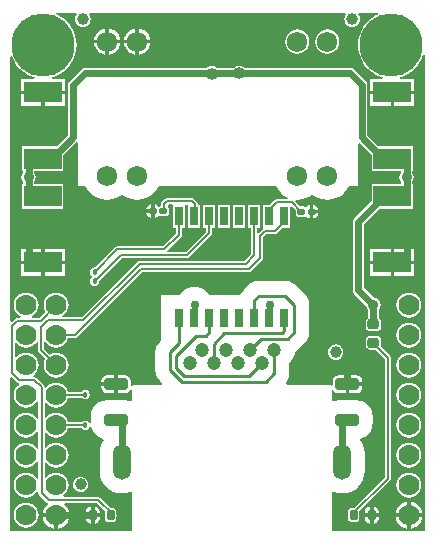
<source format=gtl>
G04*
G04 #@! TF.GenerationSoftware,Altium Limited,Altium Designer,21.7.2 (23)*
G04*
G04 Layer_Physical_Order=1*
G04 Layer_Color=255*
%FSLAX25Y25*%
%MOIN*%
G70*
G04*
G04 #@! TF.SameCoordinates,2ED69007-8404-4F84-9E22-07974BFFE74B*
G04*
G04*
G04 #@! TF.FilePolarity,Positive*
G04*
G01*
G75*
%ADD15C,0.00800*%
%ADD19R,0.02953X0.06496*%
%ADD20R,0.12598X0.07087*%
G04:AMPARAMS|DCode=21|XSize=39.37mil|YSize=78.74mil|CornerRadius=9.84mil|HoleSize=0mil|Usage=FLASHONLY|Rotation=270.000|XOffset=0mil|YOffset=0mil|HoleType=Round|Shape=RoundedRectangle|*
%AMROUNDEDRECTD21*
21,1,0.03937,0.05906,0,0,270.0*
21,1,0.01968,0.07874,0,0,270.0*
1,1,0.01968,-0.02953,-0.00984*
1,1,0.01968,-0.02953,0.00984*
1,1,0.01968,0.02953,0.00984*
1,1,0.01968,0.02953,-0.00984*
%
%ADD21ROUNDEDRECTD21*%
G04:AMPARAMS|DCode=22|XSize=34.25mil|YSize=38.19mil|CornerRadius=8.73mil|HoleSize=0mil|Usage=FLASHONLY|Rotation=90.000|XOffset=0mil|YOffset=0mil|HoleType=Round|Shape=RoundedRectangle|*
%AMROUNDEDRECTD22*
21,1,0.03425,0.02072,0,0,90.0*
21,1,0.01678,0.03819,0,0,90.0*
1,1,0.01747,0.01036,0.00839*
1,1,0.01747,0.01036,-0.00839*
1,1,0.01747,-0.01036,-0.00839*
1,1,0.01747,-0.01036,0.00839*
%
%ADD22ROUNDEDRECTD22*%
G04:AMPARAMS|DCode=23|XSize=25mil|YSize=35mil|CornerRadius=6.25mil|HoleSize=0mil|Usage=FLASHONLY|Rotation=180.000|XOffset=0mil|YOffset=0mil|HoleType=Round|Shape=RoundedRectangle|*
%AMROUNDEDRECTD23*
21,1,0.02500,0.02250,0,0,180.0*
21,1,0.01250,0.03500,0,0,180.0*
1,1,0.01250,-0.00625,0.01125*
1,1,0.01250,0.00625,0.01125*
1,1,0.01250,0.00625,-0.01125*
1,1,0.01250,-0.00625,-0.01125*
%
%ADD23ROUNDEDRECTD23*%
G04:AMPARAMS|DCode=24|XSize=24.8mil|YSize=22.84mil|CornerRadius=5.94mil|HoleSize=0mil|Usage=FLASHONLY|Rotation=0.000|XOffset=0mil|YOffset=0mil|HoleType=Round|Shape=RoundedRectangle|*
%AMROUNDEDRECTD24*
21,1,0.02480,0.01096,0,0,0.0*
21,1,0.01293,0.02284,0,0,0.0*
1,1,0.01187,0.00647,-0.00548*
1,1,0.01187,-0.00647,-0.00548*
1,1,0.01187,-0.00647,0.00548*
1,1,0.01187,0.00647,0.00548*
%
%ADD24ROUNDEDRECTD24*%
G04:AMPARAMS|DCode=25|XSize=39.37mil|YSize=39.37mil|CornerRadius=19.68mil|HoleSize=0mil|Usage=FLASHONLY|Rotation=0.000|XOffset=0mil|YOffset=0mil|HoleType=Round|Shape=RoundedRectangle|*
%AMROUNDEDRECTD25*
21,1,0.03937,0.00000,0,0,0.0*
21,1,0.00000,0.03937,0,0,0.0*
1,1,0.03937,0.00000,0.00000*
1,1,0.03937,0.00000,0.00000*
1,1,0.03937,0.00000,0.00000*
1,1,0.03937,0.00000,0.00000*
%
%ADD25ROUNDEDRECTD25*%
%ADD38C,0.02400*%
%ADD39C,0.01000*%
%ADD40C,0.07000*%
%ADD41C,0.21000*%
%ADD42O,0.05906X0.11811*%
%ADD43C,0.04724*%
%ADD44C,0.06791*%
%ADD45C,0.01800*%
%ADD46C,0.03000*%
%ADD47C,0.04000*%
%ADD48C,0.03600*%
G36*
X-62979Y145383D02*
X-63855Y145021D01*
X-65345Y144108D01*
X-66673Y142973D01*
X-67808Y141645D01*
X-68721Y140155D01*
X-69389Y138541D01*
X-69797Y136842D01*
X-69934Y135100D01*
X-69797Y133358D01*
X-69389Y131659D01*
X-68721Y130045D01*
X-67808Y128555D01*
X-66673Y127227D01*
X-65345Y126092D01*
X-63855Y125179D01*
X-62241Y124511D01*
X-61728Y124388D01*
X-61787Y123888D01*
X-65753D01*
Y119944D01*
X-58454D01*
X-51155D01*
Y123888D01*
X-55813D01*
X-55872Y124388D01*
X-55359Y124511D01*
X-53745Y125179D01*
X-52255Y126092D01*
X-50927Y127227D01*
X-49792Y128555D01*
X-48879Y130045D01*
X-48211Y131659D01*
X-48163Y131859D01*
X-47663Y131800D01*
Y-26880D01*
X-78693D01*
Y-13897D01*
X-78264Y-13640D01*
X-78048Y-13756D01*
X-76643Y-14182D01*
X-75182Y-14326D01*
X-73721Y-14182D01*
X-72316Y-13756D01*
X-71021Y-13064D01*
X-69887Y-12133D01*
X-68955Y-10998D01*
X-68263Y-9703D01*
X-67837Y-8298D01*
X-67693Y-6837D01*
Y-932D01*
X-67837Y529D01*
X-68263Y1934D01*
X-68955Y3229D01*
X-69131Y3443D01*
X-69080Y3703D01*
X-68940Y3998D01*
X-67695Y4514D01*
X-66550Y5393D01*
X-65671Y6538D01*
X-65118Y7873D01*
X-64930Y9304D01*
Y11273D01*
X-65118Y12704D01*
X-65671Y14039D01*
X-66550Y15184D01*
X-67695Y16063D01*
X-69030Y16616D01*
X-70461Y16804D01*
X-76367D01*
X-77798Y16616D01*
X-78278Y16417D01*
X-78693Y16695D01*
Y20194D01*
X-78440Y20276D01*
X-78193Y20278D01*
X-77797Y19685D01*
X-77141Y19246D01*
X-76367Y19092D01*
X-74014D01*
Y22099D01*
Y25107D01*
X-76367D01*
X-77141Y24953D01*
X-77797Y24514D01*
X-78236Y23858D01*
X-78390Y23084D01*
Y21639D01*
X-78890Y21487D01*
X-78992Y21640D01*
X-79323Y21861D01*
X-79713Y21939D01*
X-93734D01*
X-93980Y22439D01*
X-93457Y23121D01*
X-92953Y24338D01*
X-92781Y25643D01*
Y28846D01*
X-92091Y29687D01*
X-91454Y30879D01*
X-91061Y32172D01*
X-91000Y32792D01*
X-90862Y32849D01*
X-89818Y33650D01*
X-87634Y35834D01*
X-86832Y36878D01*
X-86329Y38095D01*
X-86157Y39400D01*
Y48484D01*
X-86157Y48484D01*
X-86329Y49789D01*
X-86832Y51006D01*
X-87634Y52050D01*
X-90733Y55149D01*
X-91777Y55951D01*
X-92994Y56454D01*
X-94299Y56626D01*
X-102894D01*
X-104200Y56454D01*
X-105416Y55951D01*
X-106460Y55149D01*
X-108063Y53547D01*
X-108864Y52502D01*
X-109116Y51895D01*
X-119424D01*
X-120137Y52763D01*
X-121051Y53513D01*
X-122093Y54070D01*
X-123224Y54413D01*
X-124400Y54529D01*
X-125576Y54413D01*
X-126707Y54070D01*
X-127750Y53513D01*
X-128663Y52763D01*
X-129376Y51895D01*
X-135474D01*
Y36858D01*
X-136035Y36296D01*
X-136837Y35252D01*
X-137340Y34035D01*
X-137512Y32730D01*
Y26824D01*
X-137340Y25519D01*
X-136837Y24302D01*
X-136035Y23258D01*
X-135178Y22400D01*
X-135369Y21939D01*
X-144280D01*
X-144670Y21861D01*
X-145001Y21640D01*
X-145104Y21486D01*
X-145604Y21637D01*
Y23084D01*
X-145758Y23858D01*
X-146197Y24515D01*
X-146853Y24953D01*
X-147627Y25107D01*
X-149980D01*
Y22100D01*
Y19093D01*
X-147627D01*
X-146853Y19247D01*
X-146197Y19685D01*
X-145800Y20279D01*
X-145561Y20279D01*
X-145300Y20196D01*
Y16695D01*
X-145715Y16417D01*
X-146196Y16616D01*
X-147627Y16805D01*
X-153533D01*
X-154964Y16616D01*
X-156298Y16064D01*
X-157444Y15184D01*
X-158323Y14039D01*
X-158876Y12705D01*
X-159064Y11273D01*
Y9305D01*
X-159063Y9297D01*
X-159544Y9116D01*
X-159735Y9401D01*
X-160231Y9733D01*
X-160816Y9849D01*
X-161401Y9733D01*
X-161872Y9419D01*
X-166500D01*
X-166507Y9469D01*
X-166920Y10467D01*
X-167577Y11323D01*
X-168433Y11980D01*
X-169431Y12393D01*
X-170501Y12534D01*
X-171571Y12393D01*
X-172569Y11980D01*
X-173425Y11323D01*
X-173863Y10752D01*
X-174363Y10922D01*
Y15876D01*
X-173863Y16046D01*
X-173425Y15475D01*
X-172569Y14818D01*
X-171571Y14404D01*
X-170501Y14264D01*
X-169431Y14404D01*
X-168433Y14818D01*
X-167577Y15475D01*
X-166920Y16331D01*
X-166507Y17329D01*
X-166500Y17379D01*
X-161753D01*
X-161401Y17144D01*
X-160816Y17028D01*
X-160231Y17144D01*
X-159735Y17476D01*
X-159403Y17972D01*
X-159287Y18557D01*
X-159403Y19142D01*
X-159735Y19638D01*
X-160231Y19970D01*
X-160816Y20086D01*
X-161401Y19970D01*
X-161897Y19638D01*
X-162044Y19419D01*
X-166500D01*
X-166507Y19469D01*
X-166920Y20467D01*
X-167577Y21323D01*
X-168433Y21980D01*
X-169431Y22393D01*
X-170501Y22534D01*
X-171571Y22393D01*
X-172569Y21980D01*
X-173425Y21323D01*
X-173863Y20752D01*
X-174363Y20922D01*
Y20983D01*
X-174441Y21373D01*
X-174662Y21704D01*
X-177079Y24121D01*
X-177410Y24342D01*
X-177800Y24420D01*
X-178134D01*
X-178300Y24920D01*
X-177577Y25475D01*
X-176920Y26331D01*
X-176506Y27329D01*
X-176366Y28399D01*
X-176506Y29469D01*
X-176920Y30467D01*
X-177577Y31323D01*
X-178433Y31980D01*
X-179431Y32394D01*
X-180501Y32534D01*
X-181571Y32394D01*
X-182569Y31980D01*
X-183425Y31323D01*
X-183680Y30990D01*
X-184180Y31160D01*
Y35638D01*
X-183680Y35807D01*
X-183425Y35475D01*
X-182569Y34818D01*
X-181571Y34405D01*
X-180501Y34264D01*
X-179431Y34405D01*
X-178433Y34818D01*
X-177577Y35475D01*
X-176992Y36237D01*
X-176602Y36164D01*
X-176492Y36106D01*
Y33370D01*
X-176414Y32980D01*
X-176193Y32649D01*
X-174051Y30507D01*
X-174082Y30467D01*
X-174495Y29469D01*
X-174636Y28399D01*
X-174495Y27329D01*
X-174082Y26331D01*
X-173425Y25475D01*
X-172569Y24818D01*
X-171571Y24405D01*
X-170501Y24264D01*
X-169431Y24405D01*
X-168433Y24818D01*
X-167577Y25475D01*
X-166920Y26331D01*
X-166507Y27329D01*
X-166366Y28399D01*
X-166507Y29469D01*
X-166920Y30467D01*
X-167577Y31323D01*
X-168433Y31980D01*
X-169431Y32394D01*
X-170501Y32534D01*
X-171571Y32394D01*
X-172569Y31980D01*
X-172609Y31949D01*
X-174453Y33792D01*
Y35993D01*
X-173953Y36162D01*
X-173425Y35475D01*
X-172569Y34818D01*
X-171571Y34405D01*
X-170501Y34264D01*
X-169431Y34405D01*
X-168433Y34818D01*
X-167577Y35475D01*
X-166920Y36331D01*
X-166507Y37329D01*
X-166500Y37379D01*
X-164201D01*
X-163811Y37457D01*
X-163480Y37678D01*
X-141678Y59480D01*
X-106274D01*
X-105884Y59558D01*
X-105553Y59779D01*
X-101766Y63566D01*
X-101545Y63897D01*
X-101467Y64287D01*
Y70991D01*
X-100378Y72080D01*
X-97697D01*
X-97307Y72158D01*
X-96976Y72379D01*
X-95198Y74157D01*
X-92421D01*
Y81059D01*
X-91921Y81266D01*
X-90676Y80022D01*
Y79052D01*
X-90583Y78586D01*
X-90320Y78191D01*
X-89925Y77928D01*
X-89459Y77835D01*
X-88166D01*
X-87700Y77928D01*
X-87354Y78159D01*
X-87183Y77903D01*
X-86656Y77551D01*
X-86034Y77427D01*
X-85987D01*
Y79600D01*
Y81773D01*
X-86034D01*
X-86656Y81649D01*
X-87183Y81297D01*
X-87354Y81041D01*
X-87700Y81273D01*
X-88166Y81365D01*
X-89136D01*
X-90881Y83110D01*
X-90654Y83590D01*
X-90107Y83536D01*
X-88559Y83689D01*
X-87071Y84140D01*
X-85699Y84873D01*
X-85107Y85359D01*
X-84515Y84873D01*
X-83143Y84140D01*
X-81655Y83689D01*
X-80107Y83536D01*
X-78559Y83689D01*
X-77071Y84140D01*
X-75699Y84873D01*
X-74497Y85860D01*
X-73510Y87062D01*
X-72902Y88200D01*
X-69800D01*
Y102244D01*
X-69338Y102436D01*
X-65353Y98451D01*
Y93152D01*
X-55564D01*
Y92571D01*
X-55990Y91934D01*
X-56176Y90998D01*
X-55990Y90062D01*
X-55564Y89425D01*
Y88842D01*
X-65353D01*
Y83150D01*
X-71169Y77335D01*
X-71169Y77335D01*
X-71169Y77335D01*
X-71320Y77108D01*
X-71566Y76739D01*
X-71566Y76739D01*
X-71567Y76739D01*
X-71654Y76298D01*
X-71706Y76037D01*
X-71706Y76037D01*
X-71706Y76037D01*
Y53596D01*
X-71567Y52894D01*
X-71169Y52298D01*
X-67163Y48293D01*
X-67014Y47542D01*
X-66588Y46905D01*
Y44059D01*
X-66851Y43883D01*
X-67177Y43396D01*
X-67291Y42821D01*
Y41143D01*
X-67177Y40568D01*
X-66851Y40080D01*
X-66364Y39755D01*
X-65789Y39640D01*
X-63717D01*
X-63142Y39755D01*
X-62655Y40080D01*
X-62329Y40568D01*
X-62215Y41143D01*
Y42821D01*
X-62329Y43396D01*
X-62655Y43883D01*
X-62918Y44059D01*
Y46905D01*
X-62492Y47542D01*
X-62306Y48478D01*
X-62492Y49414D01*
X-63023Y50208D01*
X-63817Y50739D01*
X-64568Y50888D01*
X-68036Y54356D01*
Y75277D01*
X-62756Y80555D01*
X-51555D01*
Y88842D01*
X-51894D01*
Y89425D01*
X-51468Y90062D01*
X-51282Y90998D01*
X-51468Y91934D01*
X-51894Y92571D01*
Y93152D01*
X-51555D01*
Y101439D01*
X-63151D01*
X-66855Y105143D01*
Y121706D01*
X-66994Y122408D01*
X-67392Y123004D01*
X-71357Y126968D01*
X-71952Y127366D01*
X-72654Y127506D01*
X-107559D01*
X-107573Y127525D01*
X-108117Y127942D01*
X-108749Y128203D01*
X-109428Y128293D01*
X-110107Y128203D01*
X-110739Y127942D01*
X-111282Y127525D01*
X-111318Y127478D01*
X-116777D01*
X-117289Y127871D01*
X-117921Y128133D01*
X-118600Y128222D01*
X-119279Y128133D01*
X-119911Y127871D01*
X-120423Y127478D01*
X-160816D01*
X-161518Y127339D01*
X-162114Y126941D01*
X-166051Y123004D01*
X-166449Y122408D01*
X-166588Y121706D01*
Y105143D01*
X-170292Y101439D01*
X-181888D01*
Y93152D01*
X-181548D01*
Y92571D01*
X-181974Y91934D01*
X-182160Y90998D01*
X-181974Y90062D01*
X-181548Y89425D01*
Y88842D01*
X-181888D01*
Y80555D01*
X-168090D01*
Y88842D01*
X-177878D01*
Y89425D01*
X-177452Y90062D01*
X-177266Y90998D01*
X-177452Y91934D01*
X-177878Y92571D01*
Y93152D01*
X-168090D01*
Y98451D01*
X-163900Y102641D01*
X-163400Y102433D01*
Y88200D01*
X-160737D01*
X-160129Y87062D01*
X-159142Y85860D01*
X-157940Y84873D01*
X-156568Y84140D01*
X-155080Y83689D01*
X-153532Y83536D01*
X-151984Y83689D01*
X-150496Y84140D01*
X-149124Y84873D01*
X-148532Y85359D01*
X-147940Y84873D01*
X-146568Y84140D01*
X-145080Y83689D01*
X-143532Y83536D01*
X-141984Y83689D01*
X-140496Y84140D01*
X-139124Y84873D01*
X-137922Y85860D01*
X-136935Y87062D01*
X-136327Y88200D01*
X-97312D01*
X-96704Y87062D01*
X-95717Y85860D01*
X-94515Y84873D01*
X-93263Y84204D01*
X-93388Y83704D01*
X-97015D01*
X-97405Y83627D01*
X-97736Y83406D01*
X-99289Y81853D01*
X-101574D01*
Y74157D01*
X-101574D01*
X-101652Y73690D01*
X-102977Y72364D01*
X-103477Y72572D01*
Y74157D01*
X-102420D01*
Y81853D01*
X-106573D01*
Y74157D01*
X-105517D01*
Y65455D01*
X-107752Y63220D01*
X-142700D01*
X-143090Y63142D01*
X-143421Y62921D01*
X-162022Y44320D01*
X-168329D01*
X-168433Y44818D01*
X-167577Y45475D01*
X-166920Y46331D01*
X-166507Y47329D01*
X-166366Y48399D01*
X-166507Y49469D01*
X-166920Y50467D01*
X-167577Y51323D01*
X-168433Y51980D01*
X-169431Y52394D01*
X-170501Y52534D01*
X-171571Y52394D01*
X-172569Y51980D01*
X-173425Y51323D01*
X-174082Y50467D01*
X-174495Y49469D01*
X-174636Y48399D01*
X-174495Y47329D01*
X-174082Y46331D01*
X-174051Y46291D01*
X-176122Y44220D01*
X-178571D01*
X-178670Y44720D01*
X-178433Y44818D01*
X-177577Y45475D01*
X-176920Y46331D01*
X-176506Y47329D01*
X-176366Y48399D01*
X-176506Y49469D01*
X-176920Y50467D01*
X-177577Y51323D01*
X-178433Y51980D01*
X-179431Y52394D01*
X-180501Y52534D01*
X-181571Y52394D01*
X-182569Y51980D01*
X-183425Y51323D01*
X-184082Y50467D01*
X-184495Y49469D01*
X-184636Y48399D01*
X-184495Y47329D01*
X-184082Y46331D01*
X-183425Y45475D01*
X-182569Y44818D01*
X-182332Y44720D01*
X-182431Y44220D01*
X-183600D01*
X-183990Y44142D01*
X-184321Y43921D01*
X-185319Y42924D01*
X-185780Y43115D01*
Y131297D01*
X-185280Y131396D01*
X-184721Y130045D01*
X-183808Y128555D01*
X-182673Y127227D01*
X-181345Y126092D01*
X-179855Y125179D01*
X-178241Y124511D01*
X-177728Y124388D01*
X-177787Y123888D01*
X-182288D01*
Y119944D01*
X-174989D01*
X-167690D01*
Y123888D01*
X-171813D01*
X-171872Y124388D01*
X-171359Y124511D01*
X-169745Y125179D01*
X-168255Y126092D01*
X-166927Y127227D01*
X-165792Y128555D01*
X-164879Y130045D01*
X-164211Y131659D01*
X-163803Y133358D01*
X-163666Y135100D01*
X-163803Y136842D01*
X-164211Y138541D01*
X-164879Y140155D01*
X-165792Y141645D01*
X-166927Y142973D01*
X-168255Y144108D01*
X-169745Y145021D01*
X-170621Y145383D01*
X-170521Y145883D01*
X-163837D01*
X-163590Y145383D01*
X-163847Y145049D01*
X-164105Y144424D01*
X-164194Y143754D01*
X-164105Y143084D01*
X-163847Y142459D01*
X-163435Y141922D01*
X-162898Y141510D01*
X-162274Y141252D01*
X-161603Y141163D01*
X-160933Y141252D01*
X-160308Y141510D01*
X-159771Y141922D01*
X-159359Y142459D01*
X-159101Y143084D01*
X-159012Y143754D01*
X-159101Y144424D01*
X-159359Y145049D01*
X-159616Y145383D01*
X-159369Y145883D01*
X-74073D01*
X-73827Y145383D01*
X-74083Y145049D01*
X-74342Y144424D01*
X-74430Y143754D01*
X-74342Y143084D01*
X-74083Y142459D01*
X-73671Y141922D01*
X-73135Y141510D01*
X-72510Y141252D01*
X-71839Y141163D01*
X-71169Y141252D01*
X-70544Y141510D01*
X-70007Y141922D01*
X-69596Y142459D01*
X-69337Y143084D01*
X-69249Y143754D01*
X-69337Y144424D01*
X-69596Y145049D01*
X-69852Y145383D01*
X-69606Y145883D01*
X-63079D01*
X-62979Y145383D01*
D02*
G37*
G36*
X-183521Y22679D02*
X-183190Y22458D01*
X-182835Y22387D01*
X-182779Y22277D01*
X-182699Y21880D01*
X-183425Y21323D01*
X-184082Y20467D01*
X-184495Y19469D01*
X-184636Y18399D01*
X-184495Y17329D01*
X-184082Y16331D01*
X-183425Y15475D01*
X-182569Y14818D01*
X-181571Y14404D01*
X-180501Y14264D01*
X-179431Y14404D01*
X-178433Y14818D01*
X-177577Y15475D01*
X-176920Y16331D01*
X-176903Y16373D01*
X-176403Y16273D01*
Y10525D01*
X-176903Y10425D01*
X-176920Y10467D01*
X-177577Y11323D01*
X-178433Y11980D01*
X-179431Y12393D01*
X-180501Y12534D01*
X-181571Y12393D01*
X-182569Y11980D01*
X-183425Y11323D01*
X-184082Y10467D01*
X-184495Y9469D01*
X-184636Y8399D01*
X-184495Y7329D01*
X-184082Y6331D01*
X-183425Y5475D01*
X-182569Y4818D01*
X-181571Y4405D01*
X-180501Y4264D01*
X-179431Y4405D01*
X-178433Y4818D01*
X-177577Y5475D01*
X-176920Y6331D01*
X-176903Y6373D01*
X-176403Y6273D01*
Y525D01*
X-176903Y426D01*
X-176920Y467D01*
X-177577Y1323D01*
X-178433Y1980D01*
X-179431Y2393D01*
X-180501Y2534D01*
X-181571Y2393D01*
X-182569Y1980D01*
X-183425Y1323D01*
X-184082Y467D01*
X-184495Y-531D01*
X-184636Y-1601D01*
X-184495Y-2671D01*
X-184082Y-3669D01*
X-183425Y-4525D01*
X-182569Y-5182D01*
X-181571Y-5596D01*
X-180501Y-5736D01*
X-179431Y-5596D01*
X-178433Y-5182D01*
X-177577Y-4525D01*
X-176920Y-3669D01*
X-176903Y-3627D01*
X-176403Y-3727D01*
Y-9475D01*
X-176903Y-9574D01*
X-176920Y-9533D01*
X-177577Y-8677D01*
X-178433Y-8020D01*
X-179431Y-7606D01*
X-180501Y-7466D01*
X-181571Y-7606D01*
X-182569Y-8020D01*
X-183425Y-8677D01*
X-184082Y-9533D01*
X-184495Y-10531D01*
X-184636Y-11601D01*
X-184495Y-12671D01*
X-184082Y-13669D01*
X-183425Y-14525D01*
X-182569Y-15182D01*
X-181571Y-15596D01*
X-180501Y-15736D01*
X-179431Y-15596D01*
X-178433Y-15182D01*
X-177577Y-14525D01*
X-176920Y-13669D01*
X-176903Y-13627D01*
X-176403Y-13727D01*
Y-14120D01*
X-176325Y-14510D01*
X-176104Y-14841D01*
X-173741Y-17204D01*
X-173410Y-17425D01*
X-173301Y-17447D01*
X-173176Y-17981D01*
X-173710Y-18392D01*
X-174432Y-19332D01*
X-174885Y-20426D01*
X-174961Y-21001D01*
X-170501D01*
X-166041D01*
X-166117Y-20426D01*
X-166570Y-19332D01*
X-167292Y-18392D01*
X-167798Y-18003D01*
X-167629Y-17503D01*
X-156907D01*
X-154137Y-20273D01*
X-154178Y-20476D01*
Y-22726D01*
X-154083Y-23204D01*
X-153812Y-23609D01*
X-153407Y-23880D01*
X-152929Y-23975D01*
X-151679D01*
X-151201Y-23880D01*
X-150795Y-23609D01*
X-150525Y-23204D01*
X-150430Y-22726D01*
Y-21998D01*
X-150425Y-21991D01*
X-150347Y-21601D01*
X-150425Y-21211D01*
X-150430Y-21204D01*
Y-20476D01*
X-150525Y-19998D01*
X-150795Y-19592D01*
X-151201Y-19322D01*
X-151679Y-19227D01*
X-152299D01*
X-155764Y-15762D01*
X-156095Y-15541D01*
X-156485Y-15463D01*
X-167978D01*
X-168148Y-14963D01*
X-167577Y-14525D01*
X-166920Y-13669D01*
X-166507Y-12671D01*
X-166366Y-11601D01*
X-166507Y-10531D01*
X-166920Y-9533D01*
X-167577Y-8677D01*
X-168433Y-8020D01*
X-169431Y-7606D01*
X-170501Y-7466D01*
X-171571Y-7606D01*
X-172569Y-8020D01*
X-173425Y-8677D01*
X-173863Y-9248D01*
X-174363Y-9078D01*
Y-4124D01*
X-173863Y-3954D01*
X-173425Y-4525D01*
X-172569Y-5182D01*
X-171571Y-5596D01*
X-170501Y-5736D01*
X-169431Y-5596D01*
X-168433Y-5182D01*
X-167577Y-4525D01*
X-166920Y-3669D01*
X-166507Y-2671D01*
X-166366Y-1601D01*
X-166507Y-531D01*
X-166920Y467D01*
X-167577Y1323D01*
X-168433Y1980D01*
X-169431Y2393D01*
X-170501Y2534D01*
X-171571Y2393D01*
X-172569Y1980D01*
X-173425Y1323D01*
X-173863Y752D01*
X-174363Y922D01*
Y5876D01*
X-173863Y6046D01*
X-173425Y5475D01*
X-172569Y4818D01*
X-171571Y4405D01*
X-170501Y4264D01*
X-169431Y4405D01*
X-168433Y4818D01*
X-167577Y5475D01*
X-166920Y6331D01*
X-166507Y7329D01*
X-166500Y7379D01*
X-161992D01*
X-161897Y7239D01*
X-161401Y6907D01*
X-160816Y6791D01*
X-160231Y6907D01*
X-159735Y7239D01*
X-159403Y7735D01*
X-159378Y7859D01*
X-158905Y7872D01*
X-158869Y7856D01*
X-158323Y6539D01*
X-157444Y5393D01*
X-156298Y4514D01*
X-154964Y3962D01*
X-154852Y3947D01*
X-154642Y3415D01*
X-154795Y3229D01*
X-155487Y1934D01*
X-155913Y529D01*
X-156057Y-932D01*
Y-6837D01*
X-155913Y-8298D01*
X-155487Y-9703D01*
X-154795Y-10998D01*
X-153863Y-12133D01*
X-152729Y-13064D01*
X-151434Y-13756D01*
X-150029Y-14182D01*
X-148568Y-14326D01*
X-147107Y-14182D01*
X-145800Y-13786D01*
X-145300Y-14023D01*
Y-26880D01*
X-185780D01*
Y24285D01*
X-185319Y24477D01*
X-183521Y22679D01*
D02*
G37*
%LPC*%
G36*
X-142932Y140627D02*
Y136873D01*
X-139178D01*
X-139250Y137420D01*
X-139692Y138490D01*
X-140397Y139408D01*
X-141315Y140112D01*
X-142385Y140555D01*
X-142932Y140627D01*
D02*
G37*
G36*
X-152932D02*
Y136873D01*
X-149178D01*
X-149250Y137420D01*
X-149692Y138490D01*
X-150397Y139408D01*
X-151315Y140112D01*
X-152384Y140555D01*
X-152932Y140627D01*
D02*
G37*
G36*
X-144132D02*
X-144679Y140555D01*
X-145749Y140112D01*
X-146667Y139408D01*
X-147371Y138490D01*
X-147814Y137420D01*
X-147886Y136873D01*
X-144132D01*
Y140627D01*
D02*
G37*
G36*
X-154132D02*
X-154680Y140555D01*
X-155749Y140112D01*
X-156667Y139408D01*
X-157371Y138490D01*
X-157814Y137420D01*
X-157886Y136873D01*
X-154132D01*
Y140627D01*
D02*
G37*
G36*
X-80107Y140303D02*
X-81150Y140166D01*
X-82122Y139763D01*
X-82957Y139123D01*
X-83597Y138288D01*
X-84000Y137316D01*
X-84137Y136273D01*
X-84000Y135230D01*
X-83597Y134258D01*
X-82957Y133423D01*
X-82122Y132783D01*
X-81150Y132380D01*
X-80107Y132243D01*
X-79064Y132380D01*
X-78092Y132783D01*
X-77257Y133423D01*
X-76617Y134258D01*
X-76214Y135230D01*
X-76077Y136273D01*
X-76214Y137316D01*
X-76617Y138288D01*
X-77257Y139123D01*
X-78092Y139763D01*
X-79064Y140166D01*
X-80107Y140303D01*
D02*
G37*
G36*
X-90107D02*
X-91150Y140166D01*
X-92122Y139763D01*
X-92957Y139123D01*
X-93597Y138288D01*
X-94000Y137316D01*
X-94137Y136273D01*
X-94000Y135230D01*
X-93597Y134258D01*
X-92957Y133423D01*
X-92122Y132783D01*
X-91150Y132380D01*
X-90107Y132243D01*
X-89064Y132380D01*
X-88092Y132783D01*
X-87257Y133423D01*
X-86617Y134258D01*
X-86214Y135230D01*
X-86077Y136273D01*
X-86214Y137316D01*
X-86617Y138288D01*
X-87257Y139123D01*
X-88092Y139763D01*
X-89064Y140166D01*
X-90107Y140303D01*
D02*
G37*
G36*
X-139178Y135673D02*
X-142932D01*
Y131919D01*
X-142385Y131991D01*
X-141315Y132433D01*
X-140397Y133138D01*
X-139692Y134056D01*
X-139250Y135126D01*
X-139178Y135673D01*
D02*
G37*
G36*
X-149178D02*
X-152932D01*
Y131919D01*
X-152384Y131991D01*
X-151315Y132433D01*
X-150397Y133138D01*
X-149692Y134056D01*
X-149250Y135126D01*
X-149178Y135673D01*
D02*
G37*
G36*
X-144132D02*
X-147886D01*
X-147814Y135126D01*
X-147371Y134056D01*
X-146667Y133138D01*
X-145749Y132433D01*
X-144679Y131991D01*
X-144132Y131919D01*
Y135673D01*
D02*
G37*
G36*
X-154132D02*
X-157886D01*
X-157814Y135126D01*
X-157371Y134056D01*
X-156667Y133138D01*
X-155749Y132433D01*
X-154680Y131991D01*
X-154132Y131919D01*
Y135673D01*
D02*
G37*
G36*
X-51155Y118744D02*
X-57854D01*
Y114801D01*
X-51155D01*
Y118744D01*
D02*
G37*
G36*
X-59054D02*
X-65753D01*
Y114801D01*
X-59054D01*
Y118744D01*
D02*
G37*
G36*
X-167690D02*
X-174389D01*
Y114801D01*
X-167690D01*
Y118744D01*
D02*
G37*
G36*
X-175589D02*
X-182288D01*
Y114801D01*
X-175589D01*
Y118744D01*
D02*
G37*
G36*
X-138813Y81973D02*
X-138859D01*
X-139481Y81849D01*
X-140008Y81497D01*
X-140360Y80970D01*
X-140474Y80400D01*
X-138813D01*
Y81973D01*
D02*
G37*
G36*
X-84741Y81773D02*
X-84787D01*
Y80200D01*
X-83126D01*
X-83240Y80770D01*
X-83592Y81297D01*
X-84119Y81649D01*
X-84741Y81773D01*
D02*
G37*
G36*
X-138813Y79200D02*
X-140474D01*
X-140360Y78630D01*
X-140008Y78103D01*
X-139481Y77751D01*
X-138859Y77627D01*
X-138813D01*
Y79200D01*
D02*
G37*
G36*
X-83126Y79000D02*
X-84787D01*
Y77427D01*
X-84741D01*
X-84119Y77551D01*
X-83592Y77903D01*
X-83240Y78430D01*
X-83126Y79000D01*
D02*
G37*
G36*
X-107421Y81853D02*
X-111574D01*
Y74157D01*
X-107421D01*
Y81853D01*
D02*
G37*
G36*
X-112420D02*
X-116574D01*
Y74157D01*
X-112420D01*
Y81853D01*
D02*
G37*
G36*
X-125328Y84109D02*
X-133610D01*
X-134000Y84032D01*
X-134331Y83811D01*
X-135421Y82721D01*
X-135642Y82390D01*
X-135720Y82000D01*
Y81508D01*
X-135900Y81472D01*
X-136246Y81241D01*
X-136417Y81497D01*
X-136944Y81849D01*
X-137566Y81973D01*
X-137613D01*
Y79800D01*
Y77627D01*
X-137566D01*
X-136944Y77751D01*
X-136417Y78103D01*
X-136246Y78359D01*
X-135900Y78127D01*
X-135434Y78035D01*
X-134141D01*
X-133675Y78127D01*
X-133280Y78391D01*
X-133017Y78786D01*
X-132924Y79252D01*
Y80348D01*
X-133017Y80814D01*
X-133280Y81209D01*
X-133301Y81701D01*
X-132960Y82070D01*
X-131983D01*
X-131573Y81853D01*
X-131573Y81570D01*
Y74157D01*
X-130517D01*
Y72345D01*
X-134860Y68002D01*
X-150186D01*
X-150576Y67924D01*
X-150907Y67703D01*
X-157593Y61017D01*
X-157666Y61031D01*
X-158251Y60915D01*
X-158747Y60583D01*
X-159079Y60087D01*
X-159195Y59502D01*
X-159079Y58917D01*
X-158747Y58421D01*
X-158424Y58205D01*
X-158421Y58195D01*
Y57659D01*
X-158424Y57649D01*
X-158747Y57433D01*
X-159079Y56937D01*
X-159195Y56352D01*
X-159079Y55767D01*
X-158747Y55271D01*
X-158251Y54939D01*
X-157666Y54823D01*
X-157081Y54939D01*
X-156585Y55271D01*
X-156253Y55767D01*
X-156137Y56352D01*
X-156151Y56425D01*
X-148583Y63993D01*
X-126957D01*
X-126957Y63993D01*
X-126957Y63993D01*
X-126787Y64027D01*
X-126567Y64071D01*
X-126567Y64071D01*
X-126567D01*
X-126442Y64155D01*
X-126236Y64292D01*
X-126236Y64292D01*
X-126236Y64292D01*
X-118776Y71753D01*
X-118639Y71959D01*
X-118555Y72084D01*
Y72084D01*
X-118555Y72084D01*
X-118511Y72304D01*
X-118477Y72474D01*
Y74157D01*
X-117420D01*
Y81853D01*
X-121573D01*
Y74157D01*
X-120517D01*
Y72896D01*
X-127379Y66033D01*
X-133238D01*
X-133446Y66533D01*
X-128776Y71202D01*
X-128555Y71533D01*
X-128477Y71923D01*
Y74157D01*
X-127420D01*
Y81570D01*
X-127420Y81853D01*
X-127011Y82070D01*
X-126983D01*
X-126574Y81853D01*
Y74157D01*
X-122421D01*
Y81853D01*
X-123203D01*
Y81984D01*
X-123281Y82375D01*
X-123502Y82705D01*
X-124607Y83811D01*
X-124938Y84032D01*
X-125328Y84109D01*
D02*
G37*
G36*
X-51155Y67194D02*
X-57854D01*
Y63251D01*
X-51155D01*
Y67194D01*
D02*
G37*
G36*
X-167690D02*
X-174389D01*
Y63251D01*
X-167690D01*
Y67194D01*
D02*
G37*
G36*
X-59054D02*
X-65753D01*
Y63251D01*
X-59054D01*
Y67194D01*
D02*
G37*
G36*
X-175589D02*
X-182288D01*
Y63251D01*
X-175589D01*
Y67194D01*
D02*
G37*
G36*
X-51155Y62051D02*
X-57854D01*
Y58108D01*
X-51155D01*
Y62051D01*
D02*
G37*
G36*
X-59054D02*
X-65753D01*
Y58108D01*
X-59054D01*
Y62051D01*
D02*
G37*
G36*
X-167690D02*
X-174389D01*
Y58108D01*
X-167690D01*
Y62051D01*
D02*
G37*
G36*
X-175589D02*
X-182288D01*
Y58108D01*
X-175589D01*
Y62051D01*
D02*
G37*
G36*
X-52942Y52534D02*
X-54012Y52394D01*
X-55010Y51980D01*
X-55866Y51323D01*
X-56523Y50467D01*
X-56937Y49469D01*
X-57077Y48399D01*
X-56937Y47329D01*
X-56523Y46331D01*
X-55866Y45475D01*
X-55010Y44818D01*
X-54012Y44405D01*
X-52942Y44264D01*
X-51872Y44405D01*
X-50874Y44818D01*
X-50018Y45475D01*
X-49361Y46331D01*
X-48948Y47329D01*
X-48807Y48399D01*
X-48948Y49469D01*
X-49361Y50467D01*
X-50018Y51323D01*
X-50874Y51980D01*
X-51872Y52394D01*
X-52942Y52534D01*
D02*
G37*
G36*
Y42534D02*
X-54012Y42393D01*
X-55010Y41980D01*
X-55866Y41323D01*
X-56523Y40467D01*
X-56937Y39469D01*
X-57077Y38399D01*
X-56937Y37329D01*
X-56523Y36331D01*
X-55866Y35475D01*
X-55010Y34818D01*
X-54012Y34405D01*
X-52942Y34264D01*
X-51872Y34405D01*
X-50874Y34818D01*
X-50018Y35475D01*
X-49361Y36331D01*
X-48948Y37329D01*
X-48807Y38399D01*
X-48948Y39469D01*
X-49361Y40467D01*
X-50018Y41323D01*
X-50874Y41980D01*
X-51872Y42393D01*
X-52942Y42534D01*
D02*
G37*
G36*
X-77351Y35321D02*
X-78022Y35232D01*
X-78646Y34974D01*
X-79183Y34562D01*
X-79595Y34025D01*
X-79853Y33400D01*
X-79942Y32730D01*
X-79853Y32059D01*
X-79595Y31435D01*
X-79183Y30898D01*
X-78646Y30486D01*
X-78022Y30228D01*
X-77351Y30139D01*
X-76680Y30228D01*
X-76056Y30486D01*
X-75519Y30898D01*
X-75107Y31435D01*
X-74849Y32059D01*
X-74760Y32730D01*
X-74849Y33400D01*
X-75107Y34025D01*
X-75519Y34562D01*
X-76056Y34974D01*
X-76680Y35232D01*
X-77351Y35321D01*
D02*
G37*
G36*
X-52942Y32534D02*
X-54012Y32394D01*
X-55010Y31980D01*
X-55866Y31323D01*
X-56523Y30467D01*
X-56937Y29469D01*
X-57077Y28399D01*
X-56937Y27329D01*
X-56523Y26331D01*
X-55866Y25475D01*
X-55010Y24818D01*
X-54012Y24405D01*
X-52942Y24264D01*
X-51872Y24405D01*
X-50874Y24818D01*
X-50018Y25475D01*
X-49361Y26331D01*
X-48948Y27329D01*
X-48807Y28399D01*
X-48948Y29469D01*
X-49361Y30467D01*
X-50018Y31323D01*
X-50874Y31980D01*
X-51872Y32394D01*
X-52942Y32534D01*
D02*
G37*
G36*
X-151180Y25107D02*
X-153533D01*
X-154307Y24953D01*
X-154963Y24515D01*
X-155402Y23858D01*
X-155556Y23084D01*
Y22700D01*
X-151180D01*
Y25107D01*
D02*
G37*
G36*
X-70461Y25107D02*
X-72814D01*
Y22700D01*
X-68438D01*
Y23084D01*
X-68592Y23858D01*
X-69031Y24514D01*
X-69687Y24953D01*
X-70461Y25107D01*
D02*
G37*
G36*
X-151180Y21500D02*
X-155556D01*
Y21116D01*
X-155402Y20341D01*
X-154963Y19685D01*
X-154307Y19247D01*
X-153533Y19093D01*
X-151180D01*
Y21500D01*
D02*
G37*
G36*
X-68438Y21499D02*
X-72814D01*
Y19092D01*
X-70461D01*
X-69687Y19246D01*
X-69031Y19685D01*
X-68592Y20341D01*
X-68438Y21115D01*
Y21499D01*
D02*
G37*
G36*
X-52942Y22534D02*
X-54012Y22393D01*
X-55010Y21980D01*
X-55866Y21323D01*
X-56523Y20467D01*
X-56937Y19469D01*
X-57077Y18399D01*
X-56937Y17329D01*
X-56523Y16331D01*
X-55866Y15475D01*
X-55010Y14818D01*
X-54012Y14404D01*
X-52942Y14264D01*
X-51872Y14404D01*
X-50874Y14818D01*
X-50018Y15475D01*
X-49361Y16331D01*
X-48948Y17329D01*
X-48807Y18399D01*
X-48948Y19469D01*
X-49361Y20467D01*
X-50018Y21323D01*
X-50874Y21980D01*
X-51872Y22393D01*
X-52942Y22534D01*
D02*
G37*
G36*
Y12534D02*
X-54012Y12393D01*
X-55010Y11980D01*
X-55866Y11323D01*
X-56523Y10467D01*
X-56937Y9469D01*
X-57077Y8399D01*
X-56937Y7329D01*
X-56523Y6331D01*
X-55866Y5475D01*
X-55010Y4818D01*
X-54012Y4405D01*
X-52942Y4264D01*
X-51872Y4405D01*
X-50874Y4818D01*
X-50018Y5475D01*
X-49361Y6331D01*
X-48948Y7329D01*
X-48807Y8399D01*
X-48948Y9469D01*
X-49361Y10467D01*
X-50018Y11323D01*
X-50874Y11980D01*
X-51872Y12393D01*
X-52942Y12534D01*
D02*
G37*
G36*
Y2534D02*
X-54012Y2393D01*
X-55010Y1980D01*
X-55866Y1323D01*
X-56523Y467D01*
X-56937Y-531D01*
X-57077Y-1601D01*
X-56937Y-2671D01*
X-56523Y-3669D01*
X-55866Y-4525D01*
X-55010Y-5182D01*
X-54012Y-5596D01*
X-52942Y-5736D01*
X-51872Y-5596D01*
X-50874Y-5182D01*
X-50018Y-4525D01*
X-49361Y-3669D01*
X-48948Y-2671D01*
X-48807Y-1601D01*
X-48948Y-531D01*
X-49361Y467D01*
X-50018Y1323D01*
X-50874Y1980D01*
X-51872Y2393D01*
X-52942Y2534D01*
D02*
G37*
G36*
Y-7466D02*
X-54012Y-7606D01*
X-55010Y-8020D01*
X-55866Y-8677D01*
X-56523Y-9533D01*
X-56937Y-10531D01*
X-57077Y-11601D01*
X-56937Y-12671D01*
X-56523Y-13669D01*
X-55866Y-14525D01*
X-55010Y-15182D01*
X-54012Y-15596D01*
X-52942Y-15736D01*
X-51872Y-15596D01*
X-50874Y-15182D01*
X-50018Y-14525D01*
X-49361Y-13669D01*
X-48948Y-12671D01*
X-48807Y-11601D01*
X-48948Y-10531D01*
X-49361Y-9533D01*
X-50018Y-8677D01*
X-50874Y-8020D01*
X-51872Y-7606D01*
X-52942Y-7466D01*
D02*
G37*
G36*
X-52342Y-17141D02*
Y-21001D01*
X-48482D01*
X-48558Y-20426D01*
X-49011Y-19332D01*
X-49733Y-18392D01*
X-50673Y-17670D01*
X-51767Y-17217D01*
X-52342Y-17141D01*
D02*
G37*
G36*
X-53542D02*
X-54117Y-17217D01*
X-55211Y-17670D01*
X-56151Y-18392D01*
X-56873Y-19332D01*
X-57326Y-20426D01*
X-57402Y-21001D01*
X-53542D01*
Y-17141D01*
D02*
G37*
G36*
X-64671Y-18820D02*
X-64696D01*
Y-21001D01*
X-63015D01*
Y-20476D01*
X-63141Y-19842D01*
X-63500Y-19305D01*
X-64037Y-18946D01*
X-64671Y-18820D01*
D02*
G37*
G36*
X-65896D02*
X-65921D01*
X-66555Y-18946D01*
X-67093Y-19305D01*
X-67452Y-19842D01*
X-67578Y-20476D01*
Y-21001D01*
X-65896D01*
Y-18820D01*
D02*
G37*
G36*
X-63717Y38221D02*
X-65789D01*
X-66364Y38107D01*
X-66851Y37781D01*
X-67177Y37293D01*
X-67291Y36719D01*
Y35040D01*
X-67177Y34465D01*
X-66851Y33978D01*
X-66364Y33652D01*
X-65789Y33538D01*
X-64050D01*
X-61048Y30536D01*
Y-8974D01*
X-71301Y-19227D01*
X-71921D01*
X-72399Y-19322D01*
X-72804Y-19593D01*
X-73075Y-19998D01*
X-73170Y-20476D01*
Y-21204D01*
X-73175Y-21211D01*
X-73253Y-21601D01*
X-73175Y-21991D01*
X-73170Y-21998D01*
Y-22726D01*
X-73075Y-23204D01*
X-72804Y-23609D01*
X-72399Y-23880D01*
X-71921Y-23975D01*
X-70671D01*
X-70193Y-23880D01*
X-69788Y-23609D01*
X-69517Y-23204D01*
X-69422Y-22726D01*
Y-20476D01*
X-69463Y-20273D01*
X-59307Y-10117D01*
X-59086Y-9786D01*
X-59008Y-9396D01*
Y30958D01*
X-59086Y31348D01*
X-59307Y31679D01*
X-62290Y34662D01*
X-62215Y35040D01*
Y36719D01*
X-62329Y37293D01*
X-62655Y37781D01*
X-63142Y38107D01*
X-63717Y38221D01*
D02*
G37*
G36*
X-63015Y-22201D02*
X-64696D01*
Y-24383D01*
X-64671D01*
X-64037Y-24257D01*
X-63500Y-23898D01*
X-63141Y-23360D01*
X-63015Y-22726D01*
Y-22201D01*
D02*
G37*
G36*
X-65896D02*
X-67578D01*
Y-22726D01*
X-67452Y-23360D01*
X-67093Y-23898D01*
X-66555Y-24257D01*
X-65921Y-24383D01*
X-65896D01*
Y-22201D01*
D02*
G37*
G36*
X-48482Y-22201D02*
X-52342D01*
Y-26061D01*
X-51767Y-25985D01*
X-50673Y-25532D01*
X-49733Y-24810D01*
X-49011Y-23870D01*
X-48558Y-22776D01*
X-48482Y-22201D01*
D02*
G37*
G36*
X-53542D02*
X-57402D01*
X-57326Y-22776D01*
X-56873Y-23870D01*
X-56151Y-24810D01*
X-55211Y-25532D01*
X-54117Y-25985D01*
X-53542Y-26061D01*
Y-22201D01*
D02*
G37*
G36*
X-162391Y-8774D02*
X-163061Y-8863D01*
X-163686Y-9121D01*
X-164223Y-9533D01*
X-164635Y-10070D01*
X-164893Y-10695D01*
X-164982Y-11365D01*
X-164893Y-12036D01*
X-164635Y-12660D01*
X-164223Y-13197D01*
X-163686Y-13609D01*
X-163061Y-13867D01*
X-162391Y-13956D01*
X-161721Y-13867D01*
X-161096Y-13609D01*
X-160559Y-13197D01*
X-160147Y-12660D01*
X-159889Y-12036D01*
X-159800Y-11365D01*
X-159889Y-10695D01*
X-160147Y-10070D01*
X-160559Y-9533D01*
X-161096Y-9121D01*
X-161721Y-8863D01*
X-162391Y-8774D01*
D02*
G37*
G36*
X-157679Y-18819D02*
X-157704D01*
Y-21001D01*
X-156022D01*
Y-20476D01*
X-156148Y-19842D01*
X-156507Y-19304D01*
X-157045Y-18945D01*
X-157679Y-18819D01*
D02*
G37*
G36*
X-158904D02*
X-158929D01*
X-159563Y-18945D01*
X-160100Y-19304D01*
X-160459Y-19842D01*
X-160585Y-20476D01*
Y-21001D01*
X-158904D01*
Y-18819D01*
D02*
G37*
G36*
X-156022Y-22201D02*
X-157704D01*
Y-24383D01*
X-157679D01*
X-157045Y-24256D01*
X-156507Y-23897D01*
X-156148Y-23360D01*
X-156022Y-22726D01*
Y-22201D01*
D02*
G37*
G36*
X-158904D02*
X-160585D01*
Y-22726D01*
X-160459Y-23360D01*
X-160100Y-23897D01*
X-159563Y-24256D01*
X-158929Y-24383D01*
X-158904D01*
Y-22201D01*
D02*
G37*
G36*
X-180501Y-17466D02*
X-181571Y-17606D01*
X-182569Y-18020D01*
X-183425Y-18677D01*
X-184082Y-19533D01*
X-184495Y-20531D01*
X-184636Y-21601D01*
X-184495Y-22671D01*
X-184082Y-23669D01*
X-183425Y-24525D01*
X-182569Y-25182D01*
X-181571Y-25596D01*
X-180501Y-25736D01*
X-179431Y-25596D01*
X-178433Y-25182D01*
X-177577Y-24525D01*
X-176920Y-23669D01*
X-176506Y-22671D01*
X-176366Y-21601D01*
X-176506Y-20531D01*
X-176920Y-19533D01*
X-177577Y-18677D01*
X-178433Y-18020D01*
X-179431Y-17606D01*
X-180501Y-17466D01*
D02*
G37*
G36*
X-166041Y-22201D02*
X-169901D01*
Y-26061D01*
X-169326Y-25985D01*
X-168232Y-25532D01*
X-167292Y-24810D01*
X-166570Y-23870D01*
X-166117Y-22776D01*
X-166041Y-22201D01*
D02*
G37*
G36*
X-171101D02*
X-174961D01*
X-174885Y-22776D01*
X-174432Y-23870D01*
X-173710Y-24810D01*
X-172770Y-25532D01*
X-171676Y-25985D01*
X-171101Y-26061D01*
Y-22201D01*
D02*
G37*
%LPD*%
D15*
X-99497Y78005D02*
Y80203D01*
X-97015Y82685D02*
X-91897D01*
X-88813Y79600D01*
X-99497Y80203D02*
X-97015Y82685D01*
X-106274Y60500D02*
X-102487Y64287D01*
X-95574Y75157D02*
X-94497Y76234D01*
X-95640Y75157D02*
X-95574D01*
X-94497Y76234D02*
Y76300D01*
X-97697Y73100D02*
X-95640Y75157D01*
X-100800Y73100D02*
X-97697D01*
X-102487Y71413D02*
X-100800Y73100D01*
X-102487Y64287D02*
Y71413D01*
X-134700Y82000D02*
X-133610Y83090D01*
X-125328D02*
X-124223Y81984D01*
X-133610Y83090D02*
X-125328D01*
X-124497Y78006D02*
X-124223Y78281D01*
Y81984D01*
X-134787Y79800D02*
X-134700Y79887D01*
Y82000D01*
X-175472Y33370D02*
X-170501Y28399D01*
X-175472Y41028D02*
X-173200Y43300D01*
X-175472Y33370D02*
Y41028D01*
X-104497Y78005D02*
Y78006D01*
Y65033D02*
Y78005D01*
X-107330Y62200D02*
X-104497Y65033D01*
X-173200Y43300D02*
X-161600D01*
X-142700Y62200D01*
X-107330D01*
X-170501Y38399D02*
X-164201D01*
X-142100Y60500D01*
X-106274D01*
X-175700Y43200D02*
X-170501Y48399D01*
X-185200Y41600D02*
X-183600Y43200D01*
X-175700D01*
X-185200Y25800D02*
Y41600D01*
Y25800D02*
X-182800Y23400D01*
X-177800D01*
X-175383Y-14120D02*
Y20983D01*
X-177800Y23400D02*
X-175383Y20983D01*
X-60028Y-9396D02*
Y30958D01*
X-64753Y35683D02*
X-60028Y30958D01*
X-72233Y-21601D02*
X-60028Y-9396D01*
X-173020Y-16483D02*
X-156485D01*
X-151367Y-21601D01*
X-175383Y-14120D02*
X-173020Y-16483D01*
X-160894Y8399D02*
X-160816Y8320D01*
X-170501Y8399D02*
X-160894D01*
X-157666Y59502D02*
X-150186Y66982D01*
X-134438D01*
X-129497Y71923D01*
Y78006D01*
X-149005Y65013D02*
X-126957D01*
X-119497Y72474D01*
X-170501Y18399D02*
X-160973D01*
X-160816Y18557D01*
X-157666Y56352D02*
X-149005Y65013D01*
X-119497Y72474D02*
Y78006D01*
D19*
X-129497Y78005D02*
D03*
X-124497D02*
D03*
X-119497D02*
D03*
X-114497D02*
D03*
X-109497D02*
D03*
X-104497D02*
D03*
X-99497D02*
D03*
X-94497D02*
D03*
Y44147D02*
D03*
X-99497D02*
D03*
X-104497D02*
D03*
X-109497D02*
D03*
X-114497D02*
D03*
X-119497D02*
D03*
X-124497D02*
D03*
X-129497D02*
D03*
D20*
X-58454Y62651D02*
D03*
Y84699D02*
D03*
X-174989Y119344D02*
D03*
Y97296D02*
D03*
Y62651D02*
D03*
Y84699D02*
D03*
X-58454Y119344D02*
D03*
Y97296D02*
D03*
D21*
X-73414Y10289D02*
D03*
Y22099D02*
D03*
X-150580Y10289D02*
D03*
Y22100D02*
D03*
D22*
X-64753Y41982D02*
D03*
Y35879D02*
D03*
D23*
X-71296Y-21601D02*
D03*
X-65296D02*
D03*
X-152304Y-21601D02*
D03*
X-158304D02*
D03*
D24*
X-134787Y79800D02*
D03*
X-138213D02*
D03*
X-88813Y79600D02*
D03*
X-85387D02*
D03*
D25*
X-162391Y-11365D02*
D03*
X-77351Y32730D02*
D03*
X-71839Y143754D02*
D03*
X-161603D02*
D03*
D38*
X-53729Y90998D02*
Y97297D01*
X-61603D02*
X-53729D01*
Y84698D02*
Y90998D01*
X-61209Y84698D02*
X-53729D01*
X-179713Y97297D02*
X-171839D01*
X-179713Y90998D02*
Y97297D01*
Y84698D02*
X-174989D01*
X-179713D02*
Y90998D01*
X-160816Y125643D02*
X-118643D01*
X-118600Y125600D01*
X-118557Y125643D01*
X-109455D01*
X-164753Y121706D02*
X-160816Y125643D01*
X-72654Y125670D02*
X-68690Y121706D01*
X-109455Y125643D02*
X-109428Y125670D01*
X-72654D01*
X-73500Y28300D02*
X-73414Y28214D01*
Y21793D02*
Y28214D01*
X-150580Y10289D02*
X-149337D01*
X-148568Y-3884D02*
Y9520D01*
X-149337Y10289D02*
X-148568Y9520D01*
X-75182Y-3884D02*
Y8828D01*
X-73414Y10596D01*
X-68690Y104383D02*
Y121706D01*
Y104383D02*
X-61603Y97297D01*
X-171839D02*
X-164753Y104383D01*
Y121706D01*
X-64753Y42376D02*
Y48478D01*
X-69871Y53596D02*
X-64753Y48478D01*
X-69871Y53596D02*
Y76037D01*
X-61209Y84698D01*
X-170501Y-21601D02*
X-159241D01*
X-58454Y119344D02*
X-53729D01*
X-58454Y62651D02*
X-53729D01*
Y73675D01*
X-179713Y62651D02*
X-174989D01*
X-179713D02*
Y73675D01*
Y119344D02*
X-174989D01*
D39*
X-93384Y37216D02*
X-91200Y39400D01*
X-105856Y33518D02*
X-102157Y37216D01*
X-93384D01*
X-94299Y51583D02*
X-91200Y48484D01*
X-102894Y51583D02*
X-94299D01*
X-91200Y39400D02*
Y48484D01*
X-104497Y49981D02*
X-102894Y51583D01*
X-104497Y44147D02*
Y49981D01*
X-95313Y39087D02*
X-94600Y39800D01*
X-114413Y39087D02*
X-95313D01*
X-117903Y35597D02*
X-114413Y39087D01*
X-94600Y39800D02*
Y44044D01*
X-94497Y44147D01*
X-117903Y29186D02*
Y35597D01*
X-123808Y38242D02*
X-120658D01*
X-119497Y44147D02*
X-119477Y44128D01*
Y39423D02*
Y44128D01*
X-120658Y38242D02*
X-119477Y39423D01*
X-130501Y31549D02*
X-123808Y38242D01*
X-130501Y27612D02*
Y31549D01*
Y27612D02*
X-127745Y24856D01*
X-106170D01*
X-101839Y29187D01*
X-132469Y26824D02*
Y32730D01*
X-129497Y35702D01*
X-97824Y25643D02*
Y33517D01*
X-100580Y22887D02*
X-97824Y25643D01*
X-128532Y22887D02*
X-100580D01*
X-132469Y26824D02*
X-128532Y22887D01*
X-129497Y35702D02*
Y44147D01*
D40*
X-180501Y48399D02*
D03*
Y38399D02*
D03*
Y28399D02*
D03*
Y18399D02*
D03*
Y8399D02*
D03*
Y-1601D02*
D03*
Y-11601D02*
D03*
Y-21601D02*
D03*
X-52942Y48399D02*
D03*
Y38399D02*
D03*
Y28399D02*
D03*
Y18399D02*
D03*
Y8399D02*
D03*
Y-1601D02*
D03*
Y-11601D02*
D03*
Y-21601D02*
D03*
X-170501Y48399D02*
D03*
Y38399D02*
D03*
Y28399D02*
D03*
Y18399D02*
D03*
Y8399D02*
D03*
Y-1601D02*
D03*
Y-11601D02*
D03*
Y-21601D02*
D03*
D41*
X-174800Y135100D02*
D03*
X-58800D02*
D03*
D42*
X-148568Y-3884D02*
D03*
X-75182D02*
D03*
D43*
X-97824Y33518D02*
D03*
X-101840Y29186D02*
D03*
X-105856Y33518D02*
D03*
X-109871Y29186D02*
D03*
X-113887Y33518D02*
D03*
X-117903Y29186D02*
D03*
X-121918Y33518D02*
D03*
X-125934Y29186D02*
D03*
D44*
X-80107Y136273D02*
D03*
X-90107D02*
D03*
X-143532D02*
D03*
X-153532D02*
D03*
Y91470D02*
D03*
X-143532D02*
D03*
X-90107D02*
D03*
X-80107D02*
D03*
D45*
X-173038Y104900D02*
D03*
X-175400D02*
D03*
X-174219Y102932D02*
D03*
X-56879Y68163D02*
D03*
X-160816Y8320D02*
D03*
X-157666Y59502D02*
D03*
X-160816Y18557D02*
D03*
X-157666Y56352D02*
D03*
X-55698Y77218D02*
D03*
X-54517Y79187D02*
D03*
X-56879D02*
D03*
Y113832D02*
D03*
X-55698Y104777D02*
D03*
X-54517Y102809D02*
D03*
X-56879D02*
D03*
X-177745Y104777D02*
D03*
Y77218D02*
D03*
X-176564Y113832D02*
D03*
X-178926Y102809D02*
D03*
X-176564D02*
D03*
X-178926Y79187D02*
D03*
X-176564Y68163D02*
D03*
Y79187D02*
D03*
D46*
X-97300Y137900D02*
D03*
X-126600Y135100D02*
D03*
X-97489Y69940D02*
D03*
X-134200Y56600D02*
D03*
X-114700Y56400D02*
D03*
X-61400Y54000D02*
D03*
X-65200Y-3800D02*
D03*
X-160100Y-3300D02*
D03*
X-78200Y42300D02*
D03*
X-72400Y130500D02*
D03*
X-159200Y63600D02*
D03*
X-75200Y62600D02*
D03*
X-150800Y36200D02*
D03*
X-124400Y48500D02*
D03*
X-99400Y48300D02*
D03*
D47*
X-118600Y125600D02*
D03*
X-109428Y125670D02*
D03*
D48*
X-73500Y28300D02*
D03*
X-150600Y27700D02*
D03*
X-64753Y48478D02*
D03*
X-53729Y90998D02*
D03*
X-179713D02*
D03*
X-161603Y28006D02*
D03*
X-53729Y108320D02*
D03*
Y73675D02*
D03*
X-179713D02*
D03*
Y108320D02*
D03*
M02*

</source>
